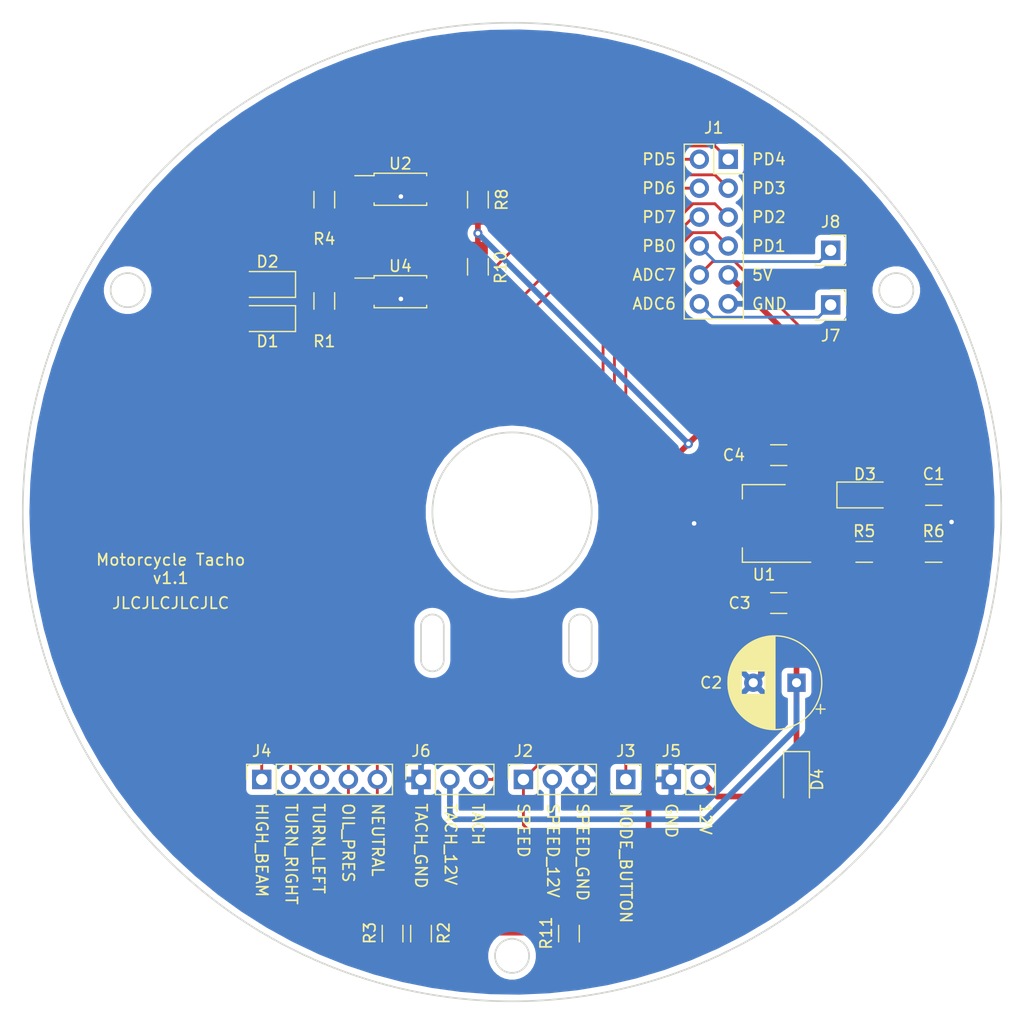
<source format=kicad_pcb>
(kicad_pcb (version 20211014) (generator pcbnew)
  (layers (0 "F.Cu" signal) (31 "B.Cu" signal) (34 "B.Paste" user) (35 "F.Paste" user) (36 "B.SilkS" user "B.Silkscreen") (37 "F.SilkS" user "F.Silkscreen") (38 "B.Mask" user) (39 "F.Mask" user) (44 "Edge.Cuts" user))
  (net 0 "")
  (net 1 "/ADC6")
  (net 2 "GND")
  (net 3 "/ADC7")
  (net 4 "+5V")
  (net 5 "/PB0")
  (net 6 "/PD5")
  (net 7 "/TURN_SIGNAL_LEFT")
  (net 8 "Net-(D1-Pad1)")
  (net 9 "/TURN_SIGNAL_RIGHT")
  (net 10 "/NEUTRAL")
  (net 11 "/PD4")
  (net 12 "Net-(R1-Pad2)")
  (net 13 "Net-(R4-Pad2)")
  (net 14 "/HIGH_BEAM")
  (net 15 "/OIL_PRESSURE")
  (net 16 "+12V")
  (net 17 "/PD2")
  (net 18 "/MODE_BUTTON")
  (net 19 "Net-(D4-Pad2)")
  (net 20 "/PD7")
  (footprint "Connector_PinSocket_2.54mm:PinSocket_2x06_P2.54mm_Vertical" (layer "F.Cu") (at 169 69)
    (fp_text reference "J1" (at -1.27 -2.77) (layer "F.SilkS"))
    (fp_text value "Conn_02x06_Counter_Clockwise")
    (pad "1" thru_hole rect locked (at 0 0) (size 1.7 1.7) (drill 1) (layers *.Cu *.Mask) (net 11 "/PD4"))
    (pad "2" thru_hole oval locked (at -2.54 0) (size 1.7 1.7) (drill 1) (layers *.Cu *.Mask) (net 6 "/PD5"))
    (pad "3" thru_hole oval locked (at 0 2.54) (size 1.7 1.7) (drill 1) (layers *.Cu *.Mask) (net 15 "/OIL_PRESSURE"))
    (pad "4" thru_hole oval locked (at -2.54 2.54) (size 1.7 1.7) (drill 1) (layers *.Cu *.Mask) (net 10 "/NEUTRAL"))
    (pad "5" thru_hole oval locked (at 0 5.08) (size 1.7 1.7) (drill 1) (layers *.Cu *.Mask) (net 17 "/PD2"))
    (pad "6" thru_hole oval locked (at -2.54 5.08) (size 1.7 1.7) (drill 1) (layers *.Cu *.Mask) (net 20 "/PD7"))
    (pad "7" thru_hole oval locked (at 0 7.62) (size 1.7 1.7) (drill 1) (layers *.Cu *.Mask) (net 18 "/MODE_BUTTON"))
    (pad "8" thru_hole oval locked (at -2.54 7.62) (size 1.7 1.7) (drill 1) (layers *.Cu *.Mask) (net 5 "/PB0"))
    (pad "9" thru_hole oval locked (at 0 10.16) (size 1.7 1.7) (drill 1) (layers *.Cu *.Mask) (net 4 "+5V"))
    (pad "10" thru_hole oval locked (at -2.54 10.16) (size 1.7 1.7) (drill 1) (layers *.Cu *.Mask) (net 3 "/ADC7"))
    (pad "11" thru_hole oval locked (at 0 12.7) (size 1.7 1.7) (drill 1) (layers *.Cu *.Mask) (net 2 "GND"))
    (pad "12" thru_hole oval locked (at -2.54 12.7) (size 1.7 1.7) (drill 1) (layers *.Cu *.Mask) (net 1 "/ADC6"))
  )
  (footprint "Diode_SMD:D_1206_3216Metric_Pad1.42x1.75mm_HandSolder" (layer "F.Cu") (at 128.5125 83 180)
    (fp_text reference "D1" (at 0 -2) (layer "F.SilkS"))
    (fp_text value "1N4001")
    (pad "1" smd roundrect locked (at -1.4875 0 180) (size 1.425 1.75) (layers "F.Cu" "F.Paste" "F.Mask") (roundrect_rratio 0.1754385965) (net 8 "Net-(D1-Pad1)"))
    (pad "2" smd roundrect locked (at 1.4875 0 180) (size 1.425 1.75) (layers "F.Cu" "F.Paste" "F.Mask") (roundrect_rratio 0.1754385965) (net 7 "/TURN_SIGNAL_LEFT"))
  )
  (footprint "Diode_SMD:D_1206_3216Metric_Pad1.42x1.75mm_HandSolder" (layer "F.Cu") (at 128.5125 80 180)
    (fp_text reference "D2" (at 0 2) (layer "F.SilkS"))
    (fp_text value "1N4001")
    (pad "1" smd roundrect locked (at -1.4875 0 180) (size 1.425 1.75) (layers "F.Cu" "F.Paste" "F.Mask") (roundrect_rratio 0.1754385965) (net 8 "Net-(D1-Pad1)"))
    (pad "2" smd roundrect locked (at 1.4875 0 180) (size 1.425 1.75) (layers "F.Cu" "F.Paste" "F.Mask") (roundrect_rratio 0.1754385965) (net 9 "/TURN_SIGNAL_RIGHT"))
  )
  (footprint "Resistor_SMD:R_1206_3216Metric_Pad1.30x1.75mm_HandSolder" (layer "F.Cu") (at 133.5 81.45 90)
    (fp_text reference "R1" (at -3.55 0 180) (layer "F.SilkS"))
    (fp_text value "1k")
    (pad "1" smd roundrect locked (at -1.55 0 90) (size 1.3 1.75) (layers "F.Cu" "F.Paste" "F.Mask") (roundrect_rratio 0.1923076923) (net 8 "Net-(D1-Pad1)"))
    (pad "2" smd roundrect locked (at 1.55 0 90) (size 1.3 1.75) (layers "F.Cu" "F.Paste" "F.Mask") (roundrect_rratio 0.1923076923) (net 12 "Net-(R1-Pad2)"))
  )
  (footprint "Resistor_SMD:R_1206_3216Metric_Pad1.30x1.75mm_HandSolder" (layer "F.Cu") (at 142 137.05 90)
    (fp_text reference "R2" (at 0.05 2 90) (layer "F.SilkS"))
    (fp_text value "10k")
    (pad "1" smd roundrect locked (at -1.55 0 90) (size 1.3 1.75) (layers "F.Cu" "F.Paste" "F.Mask") (roundrect_rratio 0.1923076923) (net 4 "+5V"))
    (pad "2" smd roundrect locked (at 1.55 0 90) (size 1.3 1.75) (layers "F.Cu" "F.Paste" "F.Mask") (roundrect_rratio 0.1923076923) (net 10 "/NEUTRAL"))
  )
  (footprint "Resistor_SMD:R_1206_3216Metric_Pad1.30x1.75mm_HandSolder" (layer "F.Cu") (at 139.5 137.05 90)
    (fp_text reference "R3" (at 0.05 -2 90) (layer "F.SilkS"))
    (fp_text value "10k")
    (pad "1" smd roundrect locked (at -1.55 0 90) (size 1.3 1.75) (layers "F.Cu" "F.Paste" "F.Mask") (roundrect_rratio 0.1923076923) (net 4 "+5V"))
    (pad "2" smd roundrect locked (at 1.55 0 90) (size 1.3 1.75) (layers "F.Cu" "F.Paste" "F.Mask") (roundrect_rratio 0.1923076923) (net 15 "/OIL_PRESSURE"))
  )
  (footprint "Capacitor_SMD:C_1206_3216Metric_Pad1.33x1.80mm_HandSolder" (layer "F.Cu") (at 187.0625 98.5)
    (fp_text reference "C1" (at 0 -1.85) (layer "F.SilkS"))
    (fp_text value "100n")
    (pad "1" smd roundrect locked (at -1.5625 0) (size 1.325 1.8) (layers "F.Cu" "F.Paste" "F.Mask") (roundrect_rratio 0.1886784906) (net 3 "/ADC7"))
    (pad "2" smd roundrect locked (at 1.5625 0) (size 1.325 1.8) (layers "F.Cu" "F.Paste" "F.Mask") (roundrect_rratio 0.1886784906) (net 2 "GND"))
  )
  (footprint "Resistor_SMD:R_1206_3216Metric_Pad1.30x1.75mm_HandSolder" (layer "F.Cu") (at 180.95 103.5)
    (fp_text reference "R5" (at 0 -1.82) (layer "F.SilkS"))
    (fp_text value "10k")
    (pad "1" smd roundrect locked (at -1.55 0) (size 1.3 1.75) (layers "F.Cu" "F.Paste" "F.Mask") (roundrect_rratio 0.1923076923) (net 16 "+12V"))
    (pad "2" smd roundrect locked (at 1.55 0) (size 1.3 1.75) (layers "F.Cu" "F.Paste" "F.Mask") (roundrect_rratio 0.1923076923) (net 3 "/ADC7"))
  )
  (footprint "Resistor_SMD:R_1206_3216Metric_Pad1.30x1.75mm_HandSolder" (layer "F.Cu") (at 187.05 103.5)
    (fp_text reference "R6" (at 0 -1.82) (layer "F.SilkS"))
    (fp_text value "4.7k")
    (pad "1" smd roundrect locked (at -1.55 0) (size 1.3 1.75) (layers "F.Cu" "F.Paste" "F.Mask") (roundrect_rratio 0.1923076923) (net 3 "/ADC7"))
    (pad "2" smd roundrect locked (at 1.55 0) (size 1.3 1.75) (layers "F.Cu" "F.Paste" "F.Mask") (roundrect_rratio 0.1923076923) (net 2 "GND"))
  )
  (footprint "Resistor_SMD:R_1206_3216Metric_Pad1.30x1.75mm_HandSolder" (layer "F.Cu") (at 133.5 72.55 90)
    (fp_text reference "R4" (at -3.45 0 180) (layer "F.SilkS"))
    (fp_text value "1k")
    (pad "1" smd roundrect locked (at -1.55 0 90) (size 1.3 1.75) (layers "F.Cu" "F.Paste" "F.Mask") (roundrect_rratio 0.1923076923) (net 14 "/HIGH_BEAM"))
    (pad "2" smd roundrect locked (at 1.55 0 90) (size 1.3 1.75) (layers "F.Cu" "F.Paste" "F.Mask") (roundrect_rratio 0.1923076923) (net 13 "Net-(R4-Pad2)"))
  )
  (footprint "Resistor_SMD:R_1206_3216Metric_Pad1.30x1.75mm_HandSolder" (layer "F.Cu") (at 147 72.55 90)
    (fp_text reference "R8" (at 0 2.1 90) (layer "F.SilkS"))
    (fp_text value "10k")
    (pad "1" smd roundrect locked (at -1.55 0 90) (size 1.3 1.75) (layers "F.Cu" "F.Paste" "F.Mask") (roundrect_rratio 0.1923076923) (net 4 "+5V"))
    (pad "2" smd roundrect locked (at 1.55 0 90) (size 1.3 1.75) (layers "F.Cu" "F.Paste" "F.Mask") (roundrect_rratio 0.1923076923) (net 11 "/PD4"))
  )
  (footprint "Resistor_SMD:R_1206_3216Metric_Pad1.30x1.75mm_HandSolder" (layer "F.Cu") (at 155 137.05 90)
    (fp_text reference "R11" (at 0.05 -2 90) (layer "F.SilkS"))
    (fp_text value "10k")
    (pad "1" smd roundrect locked (at -1.55 0 90) (size 1.3 1.75) (layers "F.Cu" "F.Paste" "F.Mask") (roundrect_rratio 0.1923076923) (net 4 "+5V"))
    (pad "2" smd roundrect locked (at 1.55 0 90) (size 1.3 1.75) (layers "F.Cu" "F.Paste" "F.Mask") (roundrect_rratio 0.1923076923) (net 20 "/PD7"))
  )
  (footprint "Diode_SMD:D_1206_3216Metric_Pad1.42x1.75mm_HandSolder" (layer "F.Cu") (at 181.0125 98.5)
    (fp_text reference "D3" (at 0 -1.82) (layer "F.SilkS"))
    (fp_text value "1N4001")
    (pad "1" smd roundrect locked (at -1.4875 0) (size 1.425 1.75) (layers "F.Cu" "F.Paste" "F.Mask") (roundrect_rratio 0.1754385965) (net 4 "+5V"))
    (pad "2" smd roundrect locked (at 1.4875 0) (size 1.425 1.75) (layers "F.Cu" "F.Paste" "F.Mask") (roundrect_rratio 0.1754385965) (net 3 "/ADC7"))
  )
  (footprint "Package_TO_SOT_SMD:SOT-223" (layer "F.Cu") (at 172.15 101 180)
    (fp_text reference "U1" (at 0 -4.5) (layer "F.SilkS"))
    (fp_text value "LM340MP")
    (pad "1" smd rect locked (at -3.15 -2.3 180) (size 2 1.5) (layers "F.Cu" "F.Paste" "F.Mask") (net 16 "+12V"))
    (pad "2" smd rect locked (at -3.15 0 180) (size 2 1.5) (layers "F.Cu" "F.Paste" "F.Mask") (net 2 "GND"))
    (pad "3" smd rect locked (at -3.15 2.3 180) (size 2 1.5) (layers "F.Cu" "F.Paste" "F.Mask") (net 4 "+5V"))
    (pad "4" smd rect locked (at 3.15 0 180) (size 2 3.8) (layers "F.Cu" "F.Paste" "F.Mask") (net 2 "GND"))
  )
  (footprint "Connector_PinSocket_2.54mm:PinSocket_1x03_P2.54mm_Vertical" (layer "F.Cu") (at 151 123.5 90)
    (fp_text reference "J2" (at 2.5 0 180) (layer "F.SilkS"))
    (fp_text value "Conn_01x03")
    (pad "1" thru_hole rect locked (at 0 0 90) (size 1.7 1.7) (drill 1) (layers *.Cu *.Mask) (net 20 "/PD7"))
    (pad "2" thru_hole oval locked (at 0 2.54 90) (size 1.7 1.7) (drill 1) (layers *.Cu *.Mask) (net 16 "+12V"))
    (pad "3" thru_hole oval locked (at 0 5.08 90) (size 1.7 1.7) (drill 1) (layers *.Cu *.Mask) (net 2 "GND"))
  )
  (footprint "Connector_PinSocket_2.54mm:PinSocket_1x03_P2.54mm_Vertical" (layer "F.Cu") (at 142 123.5 90)
    (fp_text reference "J6" (at 2.5 0 180) (layer "F.SilkS"))
    (fp_text value "Conn_01x03")
    (pad "1" thru_hole rect locked (at 0 0 90) (size 1.7 1.7) (drill 1) (layers *.Cu *.Mask) (net 2 "GND"))
    (pad "2" thru_hole oval locked (at 0 2.54 90) (size 1.7 1.7) (drill 1) (layers *.Cu *.Mask) (net 16 "+12V"))
    (pad "3" thru_hole oval locked (at 0 5.08 90) (size 1.7 1.7) (drill 1) (layers *.Cu *.Mask) (net 17 "/PD2"))
  )
  (footprint "Connector_PinSocket_2.54mm:PinSocket_1x05_P2.54mm_Vertical" (layer "F.Cu") (at 128 123.5 90)
    (fp_text reference "J4" (at 2.5 0 180) (layer "F.SilkS"))
    (fp_text value "Conn_01x05")
    (pad "1" thru_hole rect locked (at 0 0 90) (size 1.7 1.7) (drill 1) (layers *.Cu *.Mask) (net 14 "/HIGH_BEAM"))
    (pad "2" thru_hole oval locked (at 0 2.54 90) (size 1.7 1.7) (drill 1) (layers *.Cu *.Mask) (net 9 "/TURN_SIGNAL_RIGHT"))
    (pad "3" thru_hole oval locked (at 0 5.08 90) (size 1.7 1.7) (drill 1) (layers *.Cu *.Mask) (net 7 "/TURN_SIGNAL_LEFT"))
    (pad "4" thru_hole oval locked (at 0 7.62 90) (size 1.7 1.7) (drill 1) (layers *.Cu *.Mask) (net 15 "/OIL_PRESSURE"))
    (pad "5" thru_hole oval locked (at 0 10.16 90) (size 1.7 1.7) (drill 1) (layers *.Cu *.Mask) (net 10 "/NEUTRAL"))
  )
  (footprint "Capacitor_THT:CP_Radial_D8.0mm_P3.80mm" (layer "F.Cu") (at 175 115 180)
    (fp_text reference "C2" (at 7.5 0) (layer "F.SilkS"))
    (fp_text value "100u")
    (pad "1" thru_hole rect locked (at 0 0 180) (size 1.6 1.6) (drill 0.8) (layers *.Cu *.Mask) (net 16 "+12V"))
    (pad "2" thru_hole circle locked (at 3.8 0 180) (size 1.6 1.6) (drill 0.8) (layers *.Cu *.Mask) (net 2 "GND"))
  )
  (footprint "Capacitor_SMD:C_1206_3216Metric_Pad1.33x1.80mm_HandSolder" (layer "F.Cu") (at 173.4375 108 180)
    (fp_text reference "C3" (at 3.4375 0) (layer "F.SilkS"))
    (fp_text value "0.22u")
    (pad "1" smd roundrect locked (at -1.5625 0 180) (size 1.325 1.8) (layers "F.Cu" "F.Paste" "F.Mask") (roundrect_rratio 0.188679) (net 16 "+12V"))
    (pad "2" smd roundrect locked (at 1.5625 0 180) (size 1.325 1.8) (layers "F.Cu" "F.Paste" "F.Mask") (roundrect_rratio 0.188679) (net 2 "GND"))
  )
  (footprint "Capacitor_SMD:C_1206_3216Metric_Pad1.33x1.80mm_HandSolder" (layer "F.Cu") (at 173.4375 95 180)
    (fp_text reference "C4" (at 3.9375 0) (layer "F.SilkS"))
    (fp_text value "0.1u")
    (pad "1" smd roundrect locked (at -1.5625 0 180) (size 1.325 1.8) (layers "F.Cu" "F.Paste" "F.Mask") (roundrect_rratio 0.188679) (net 4 "+5V"))
    (pad "2" smd roundrect locked (at 1.5625 0 180) (size 1.325 1.8) (layers "F.Cu" "F.Paste" "F.Mask") (roundrect_rratio 0.188679) (net 2 "GND"))
  )
  (footprint "Diode_SMD:D_1206_3216Metric_Pad1.42x1.75mm_HandSolder" (layer "F.Cu") (at 175 123.5125 -90)
    (fp_text reference "D4" (at 0 -1.82 90) (layer "F.SilkS"))
    (fp_text value "1N4001")
    (pad "1" smd roundrect locked (at -1.4875 0 270) (size 1.425 1.75) (layers "F.Cu" "F.Paste" "F.Mask") (roundrect_rratio 0.175439) (net 16 "+12V"))
    (pad "2" smd roundrect locked (at 1.4875 0 270) (size 1.425 1.75) (layers "F.Cu" "F.Paste" "F.Mask") (roundrect_rratio 0.175439) (net 19 "Net-(D4-Pad2)"))
  )
  (footprint "Package_SO:SOP-4_4.4x2.6mm_P1.27mm" (layer "F.Cu") (at 140.1875 71.635)
    (fp_text reference "U2" (at 0 -2.25) (layer "F.SilkS"))
    (fp_text value "SFH617A-1")
    (pad "1" smd roundrect locked (at -3.1875 -0.635) (size 1.625 0.6) (layers "F.Cu" "F.Paste" "F.Mask") (net 13 "Net-(R4-Pad2)"))
    (pad "2" smd roundrect locked (at -3.1875 0.635) (size 1.625 0.6) (layers "F.Cu" "F.Paste" "F.Mask") (net 2 "GND"))
    (pad "3" smd roundrect locked (at 3.1875 0.635) (size 1.625 0.6) (layers "F.Cu" "F.Paste" "F.Mask") (net 2 "GND"))
    (pad "4" smd roundrect locked (at 3.1875 -0.635) (size 1.625 0.6) (layers "F.Cu" "F.Paste" "F.Mask") (net 11 "/PD4"))
  )
  (footprint "Package_SO:SOP-4_4.4x2.6mm_P1.27mm" (layer "F.Cu") (at 140.1875 80.635)
    (fp_text reference "U4" (at 0 -2.25) (layer "F.SilkS"))
    (fp_text value "SFH617A-1")
    (pad "1" smd roundrect locked (at -3.1875 -0.635) (size 1.625 0.6) (layers "F.Cu" "F.Paste" "F.Mask") (net 12 "Net-(R1-Pad2)"))
    (pad "2" smd roundrect locked (at -3.1875 0.635) (size 1.625 0.6) (layers "F.Cu" "F.Paste" "F.Mask") (net 2 "GND"))
    (pad "3" smd roundrect locked (at 3.1875 0.635) (size 1.625 0.6) (layers "F.Cu" "F.Paste" "F.Mask") (net 2 "GND"))
    (pad "4" smd roundrect locked (at 3.1875 -0.635) (size 1.625 0.6) (layers "F.Cu" "F.Paste" "F.Mask") (net 6 "/PD5"))
  )
  (footprint "Resistor_SMD:R_1206_3216Metric_Pad1.30x1.75mm_HandSolder" (layer "F.Cu") (at 147 78.45 -90)
    (fp_text reference "R10" (at 0.05 -2 90) (layer "F.SilkS"))
    (fp_text value "10k")
    (pad "1" smd roundrect locked (at -1.55 0 270) (size 1.3 1.75) (layers "F.Cu" "F.Paste" "F.Mask") (roundrect_rratio 0.1923076923) (net 4 "+5V"))
    (pad "2" smd roundrect locked (at 1.55 0 270) (size 1.3 1.75) (layers "F.Cu" "F.Paste" "F.Mask") (roundrect_rratio 0.1923076923) (net 6 "/PD5"))
  )
  (footprint "Connector_PinSocket_2.54mm:PinSocket_1x01_P2.54mm_Vertical" (layer "F.Cu") (at 178 81.8)
    (fp_text reference "J7" (at 0 2.7) (layer "F.SilkS"))
    (fp_text value "Conn_01x01")
    (pad "1" thru_hole rect locked (at 0 0) (size 1.7 1.7) (drill 1) (layers *.Cu *.Mask) (net 1 "/ADC6"))
  )
  (footprint "Connector_PinSocket_2.54mm:PinSocket_1x01_P2.54mm_Vertical" (layer "F.Cu") (at 160 123.5)
    (fp_text reference "J3" (at 0 -2.5) (layer "F.SilkS"))
    (fp_text value "Conn_01x01")
    (pad "1" thru_hole rect locked (at 0 0) (size 1.7 1.7) (drill 1) (layers *.Cu *.Mask) (net 18 "/MODE_BUTTON"))
  )
  (footprint "Connector_PinSocket_2.54mm:PinSocket_1x02_P2.54mm_Vertical" (layer "F.Cu") (at 164 123.5 90)
    (fp_text reference "J5" (at 2.5 0 180) (layer "F.SilkS"))
    (fp_text value "Conn_01x02")
    (pad "1" thru_hole rect locked (at 0 0 90) (size 1.7 1.7) (drill 1) (layers *.Cu *.Mask) (net 2 "GND"))
    (pad "2" thru_hole oval locked (at 0 2.54 90) (size 1.7 1.7) (drill 1) (layers *.Cu *.Mask) (net 19 "Net-(D4-Pad2)"))
  )
  (footprint "Connector_PinSocket_2.54mm:PinSocket_1x01_P2.54mm_Vertical" (layer "F.Cu") (at 178 77)
    (fp_text reference "J8" (at 0 -2.5) (layer "F.SilkS"))
    (fp_text value "Conn_01x01")
    (pad "1" thru_hole rect locked (at 0 0) (size 1.7 1.7) (drill 1) (layers *.Cu *.Mask) (net 5 "/PB0"))
  )
  (gr_line (start 155 110) (end 155 113) (layer "Edge.Cuts") (width 0.15))
  (gr_line (start 157 113) (end 157 110) (layer "Edge.Cuts") (width 0.15))
  (gr_line (start 144 110) (end 144 113) (layer "Edge.Cuts") (width 0.15))
  (gr_line (start 142 113) (end 142 110) (layer "Edge.Cuts") (width 0.15))
  (gr_circle (center 150 100) (end 193 100) (layer "Edge.Cuts") (width 0.15) (fill none))
  (gr_arc (start 157 113) (mid 156 114) (end 155 113) (layer "Edge.Cuts") (width 0.15))
  (gr_circle (center 150 139) (end 151.5 139) (layer "Edge.Cuts") (width 0.15) (fill none))
  (gr_circle (center 116.22 80.5) (end 117.72 80.5) (layer "Edge.Cuts") (width 0.15) (fill none))
  (gr_arc (start 155 110) (mid 156 109) (end 157 110) (layer "Edge.Cuts") (width 0.15))
  (gr_circle (center 183.77 80.5) (end 185.27 80.5) (layer "Edge.Cuts") (width 0.15) (fill none))
  (gr_arc (start 142 110) (mid 143 109) (end 144 110) (layer "Edge.Cuts") (width 0.15))
  (gr_arc (start 144 113) (mid 143 114) (end 142 113) (layer "Edge.Cuts") (width 0.15))
  (gr_circle (center 150 100) (end 157 100) (layer "Edge.Cuts") (width 0.15) (fill none))
  (gr_text "TACH_12V" (at 144.6 125.5 -90) (layer "F.SilkS") (effects (font (size 1 1)) (justify left)))
  (gr_text "OIL_PRES" (at 135.6 125.5 -90) (layer "F.SilkS") (effects (font (size 1 1)) (justify left)))
  (gr_text "TURN_RIGHT" (at 130.6 125.5 270) (layer "F.SilkS") (effects (font (size 1 1)) (justify left)))
  (gr_text "TURN_LEFT" (at 133 125.5 270) (layer "F.SilkS") (effects (font (size 1 1)) (justify left)))
  (gr_text "PB0" (at 164.5 76.62) (layer "F.SilkS") (effects (font (size 1 1)) (justify right)))
  (gr_text "ADC7" (at 164.5 79.16) (layer "F.SilkS") (effects (font (size 1 1)) (justify right)))
  (gr_text "ADC6" (at 164.5 81.7) (layer "F.SilkS") (effects (font (size 1 1)) (justify right)))
  (gr_text "PD4" (at 171 69) (layer "F.SilkS") (effects (font (size 1 1)) (justify left)))
  (gr_text "PD3" (at 171 71.54) (layer "F.SilkS") (effects (font (size 1 1)) (justify left)))
  (gr_text "PD2" (at 171 74.08) (layer "F.SilkS") (effects (font (size 1 1)) (justify left)))
  (gr_text "PD1" (at 171 76.62) (layer "F.SilkS") (effects (font (size 1 1)) (justify left)))
  (gr_text "5V" (at 171 79.16) (layer "F.SilkS") (effects (font (size 1 1)) (justify left)))
  (gr_text "GND" (at 171 81.7) (layer "F.SilkS") (effects (font (size 1 1)) (justify left)))
  (gr_text "TACH" (at 147 125.5 -90) (layer "F.SilkS") (effects (font (size 1 1)) (justify left)))
  (gr_text "GND" (at 164 125.5 -90) (layer "F.SilkS") (effects (font (size 1 1)) (justify left)))
  (gr_text "12V" (at 167 125.5 -90) (layer "F.SilkS") (effects (font (size 1 1)) (justify left)))
  (gr_text "HIGH_BEAM" (at 128 125.5 270) (layer "F.SilkS") (effects (font (size 1 1)) (justify left)))
  (gr_text "NEUTRAL" (at 138.2 125.5 -90) (layer "F.SilkS") (effects (font (size 1 1)) (justify left)))
  (gr_text "SPEED_12V" (at 153.6 125.5 -90) (layer "F.SilkS") (effects (font (size 1 1)) (justify left)))
  (gr_text "SPEED" (at 151 125.5 -90) (layer "F.SilkS") (effects (font (size 1 1)) (justify left)))
  (gr_text "SPEED_GND" (at 156.2 125.5 -90) (layer "F.SilkS") (effects (font (size 1 1)) (justify left)))
  (gr_text "MODE_BUTTON" (at 160 125.5 -90) (layer "F.SilkS") (effects (font (size 1 1)) (justify left)))
  (gr_text "Motorcycle Tacho\nv1.1" (at 120 105) (layer "F.SilkS") (effects (font (size 1 1))))
  (gr_text "PD6" (at 164.5 71.54) (layer "F.SilkS") (effects (font (size 1 1)) (justify right)))
  (gr_text "PD7" (at 164.5 74.08) (layer "F.SilkS") (effects (font (size 1 1)) (justify right)))
  (gr_text "JLCJLCJLCJLC" (at 120 108) (layer "F.SilkS") (effects (font (size 1 1))))
  (gr_text "PD5" (at 164.5 69) (layer "F.SilkS") (effects (font (size 1 1)) (justify right)))
  (gr_text "TACH_GND" (at 142 125.5 -90) (layer "F.SilkS") (effects (font (size 1 1)) (justify left)))
  (segment (start 176.924999 82.875001) (end 178 81.8) (width 0.25) (layer "B.Cu") (net 1))
  (segment (start 166.46 81.7) (end 167.635001 82.875001) (width 0.25) (layer "B.Cu") (net 1))
  (segment (start 167.635001 82.875001) (end 176.924999 82.875001) (width 0.25) (layer "B.Cu") (net 1))
  (segment (start 140.23 72.27) (end 143.375 72.27) (width 0.25) (layer "F.Cu") (net 2))
  (segment (start 188.625 100.875) (end 188.625 103.475) (width 0.5) (layer "F.Cu") (net 2))
  (segment (start 140.23 81.27) (end 143.375 81.27) (width 0.25) (layer "F.Cu") (net 2))
  (segment (start 188.625 98.5) (end 188.625 100.875) (width 0.5) (layer "F.Cu") (net 2))
  (segment (start 175.3 101) (end 169 101) (width 0.5) (layer "F.Cu") (net 2))
  (segment (start 171.875 95) (end 171.875 98.125) (width 0.5) (layer "F.Cu") (net 2))
  (segment (start 188.625 103.475) (end 188.6 103.5) (width 0.5) (layer "F.Cu") (net 2))
  (segment (start 171.875 108) (end 171.875 103.875) (width 0.5) (layer "F.Cu") (net 2))
  (segment (start 171.875 114.325) (end 171.2 115) (width 0.5) (layer "F.Cu") (net 2))
  (segment (start 137 81.27) (end 140.23 81.27) (width 0.25) (layer "F.Cu") (net 2))
  (segment (start 171.875 108) (end 171.875 114.325) (width 0.5) (layer "F.Cu") (net 2))
  (segment (start 137 72.27) (end 140.23 72.27) (width 0.25) (layer "F.Cu") (net 2))
  (segment (start 171.875 103.875) (end 169 101) (width 0.5) (layer "F.Cu") (net 2))
  (segment (start 169 101) (end 166 101) (width 0.5) (layer "F.Cu") (net 2))
  (segment (start 171.875 98.125) (end 169 101) (width 0.5) (layer "F.Cu") (net 2))
  (via (at 188.625 100.875) (size 0.8) (drill 0.4) (layers "F.Cu" "B.Cu") (net 2))
  (via (at 140.23 72.27) (size 0.8) (drill 0.4) (layers "F.Cu" "B.Cu") (net 2))
  (via (at 140.23 81.27) (size 0.8) (drill 0.4) (layers "F.Cu" "B.Cu") (net 2))
  (via (at 166 101) (size 0.8) (drill 0.4) (layers "F.Cu" "B.Cu") (net 2))
  (segment (start 182.5 98.5) (end 184 98.5) (width 0.25) (layer "F.Cu") (net 3))
  (segment (start 184 103.5) (end 184 98.5) (width 0.25) (layer "F.Cu") (net 3))
  (segment (start 184 98.5) (end 184 92.420998) (width 0.25) (layer "F.Cu") (net 3))
  (segment (start 167.635001 77.984999) (end 166.46 79.16) (width 0.25) (layer "F.Cu") (net 3))
  (segment (start 169.564001 77.984999) (end 167.635001 77.984999) (width 0.25) (layer "F.Cu") (net 3))
  (segment (start 184 103.5) (end 185.5 103.5) (width 0.25) (layer "F.Cu") (net 3))
  (segment (start 184 92.420998) (end 169.564001 77.984999) (width 0.25) (layer "F.Cu") (net 3))
  (segment (start 184 98.5) (end 185.5 98.5) (width 0.25) (layer "F.Cu") (net 3))
  (segment (start 182.5 103.5) (end 184 103.5) (width 0.25) (layer "F.Cu") (net 3))
  (segment (start 147 75.5) (end 147 76.9) (width 0.5) (layer "F.Cu") (net 4))
  (segment (start 142 138.6) (end 143.634088 136.965912) (width 0.5) (layer "F.Cu") (net 4))
  (segment (start 153.365912 136.965912) (end 155 138.6) (width 0.5) (layer "F.Cu") (net 4))
  (segment (start 173.92 84.08) (end 175 85.16) (width 0.5) (layer "F.Cu") (net 4))
  (segment (start 162 132) (end 162 97.5) (width 0.5) (layer "F.Cu") (net 4))
  (segment (start 139.5 138.6) (end 142 138.6) (width 0.5) (layer "F.Cu") (net 4))
  (segment (start 165.5 94) (end 169 90.5) (width 0.5) (layer "F.Cu") (net 4))
  (segment (start 143.634088 136.965912) (end 152.465912 136.965912) (width 0.5) (layer "F.Cu") (net 4))
  (segment (start 162.699999 96.800001) (end 163.25 96.25) (width 0.5) (layer "F.Cu") (net 4))
  (segment (start 179.325 98.7) (end 179.525 98.5) (width 0.5) (layer "F.Cu") (net 4))
  (segment (start 169 79.16) (end 173.92 84.08) (width 0.5) (layer "F.Cu") (net 4))
  (segment (start 175 85.16) (end 175 90.5) (width 0.5) (layer "F.Cu") (net 4))
  (segment (start 152.465912 136.965912) (end 153.365912 136.965912) (width 0.5) (layer "F.Cu") (net 4))
  (segment (start 175 98.4) (end 175.3 98.7) (width 0.5) (layer "F.Cu") (net 4))
  (segment (start 163.25 96.25) (end 165.5 94) (width 0.5) (layer "F.Cu") (net 4))
  (segment (start 175 90.5) (end 175 95) (width 0.5) (layer "F.Cu") (net 4))
  (segment (start 169 90.5) (end 175 90.5) (width 0.5) (layer "F.Cu") (net 4))
  (segment (start 147 74.1) (end 147 75.5) (width 0.5) (layer "F.Cu") (net 4))
  (segment (start 157.034088 136.965912) (end 162 132) (width 0.5) (layer "F.Cu") (net 4))
  (segment (start 175 95) (end 175 98.4) (width 0.5) (layer "F.Cu") (net 4))
  (segment (start 175.3 98.7) (end 179.325 98.7) (width 0.5) (layer "F.Cu") (net 4))
  (segment (start 162 97.5) (end 163.25 96.25) (width 0.5) (layer "F.Cu") (net 4))
  (segment (start 152.465912 136.965912) (end 157.034088 136.965912) (width 0.5) (layer "F.Cu") (net 4))
  (via (at 165.5 94) (size 0.8) (drill 0.4) (layers "F.Cu" "B.Cu") (net 4))
  (via (at 147 75.5) (size 0.8) (drill 0.4) (layers "F.Cu" "B.Cu") (net 4))
  (segment (start 147 75.5) (end 165.5 94) (width 0.5) (layer "B.Cu") (net 4))
  (segment (start 167.824999 77.984999) (end 177.015001 77.984999) (width 0.25) (layer "B.Cu") (net 5))
  (segment (start 166.46 76.62) (end 167.824999 77.984999) (width 0.25) (layer "B.Cu") (net 5))
  (segment (start 177.015001 77.984999) (end 178 77) (width 0.25) (layer "B.Cu") (net 5))
  (segment (start 147 80) (end 158 69) (width 0.25) (layer "F.Cu") (net 6))
  (segment (start 166.46 69) (end 158 69) (width 0.25) (layer "F.Cu") (net 6))
  (segment (start 143.375 80) (end 147 80) (width 0.25) (layer "F.Cu") (net 6))
  (segment (start 133.08 89.055) (end 131.0125 86.9875) (width 0.25) (layer "F.Cu") (net 7))
  (segment (start 133.08 123.5) (end 133.08 89.055) (width 0.25) (layer "F.Cu") (net 7))
  (segment (start 131.0125 86.9875) (end 127.025 83) (width 0.25) (layer "F.Cu") (net 7))
  (segment (start 130 80) (end 130 83) (width 0.25) (layer "F.Cu") (net 8))
  (segment (start 130 83) (end 133.5 83) (width 0.25) (layer "F.Cu") (net 8))
  (segment (start 125 81) (end 126 80) (width 0.25) (layer "F.Cu") (net 9))
  (segment (start 130.54 90.54) (end 125 85) (width 0.25) (layer "F.Cu") (net 9))
  (segment (start 130.54 123.5) (end 130.54 90.54) (width 0.25) (layer "F.Cu") (net 9))
  (segment (start 126 80) (end 127.025 80) (width 0.25) (layer "F.Cu") (net 9))
  (segment (start 125 85) (end 125 81) (width 0.25) (layer "F.Cu") (net 9))
  (segment (start 138.16 123.5) (end 138.16 128.16) (width 0.25) (layer "F.Cu") (net 10))
  (segment (start 138.16 95.84) (end 143 91) (width 0.25) (layer "F.Cu") (net 10))
  (segment (start 138.16 128.16) (end 142 132) (width 0.25) (layer "F.Cu") (net 10))
  (segment (start 142 132) (end 142 135.5) (width 0.25) (layer "F.Cu") (net 10))
  (segment (start 141 93) (end 143 91) (width 0.25) (layer "F.Cu") (net 10))
  (segment (start 144.5 89.5) (end 162.46 71.54) (width 0.25) (layer "F.Cu") (net 10))
  (segment (start 162.46 71.54) (end 166.46 71.54) (width 0.25) (layer "F.Cu") (net 10))
  (segment (start 138.16 123.5) (end 138.16 95.84) (width 0.25) (layer "F.Cu") (net 10))
  (segment (start 143 91) (end 144.5 89.5) (width 0.25) (layer "F.Cu") (net 10))
  (segment (start 150.175001 67.824999) (end 167.824999 67.824999) (width 0.25) (layer "F.Cu") (net 11))
  (segment (start 167.824999 67.824999) (end 169 69) (width 0.25) (layer "F.Cu") (net 11))
  (segment (start 143.375 71) (end 147 71) (width 0.25) (layer "F.Cu") (net 11))
  (segment (start 147 71) (end 150.175001 67.824999) (width 0.25) (layer "F.Cu") (net 11))
  (segment (start 133.5 79.9) (end 136.9 79.9) (width 0.25) (layer "F.Cu") (net 12))
  (segment (start 136.9 79.9) (end 137 80) (width 0.25) (layer "F.Cu") (net 12))
  (segment (start 133.5 71) (end 137 71) (width 0.25) (layer "F.Cu") (net 13))
  (segment (start 124 80) (end 129.9 74.1) (width 0.25) (layer "F.Cu") (net 14))
  (segment (start 131.02431 74.1) (end 133.5 74.1) (width 0.25) (layer "F.Cu") (net 14))
  (segment (start 128 123.5) (end 128 90) (width 0.25) (layer "F.Cu") (net 14))
  (segment (start 128 90) (end 124 86) (width 0.25) (layer "F.Cu") (net 14))
  (segment (start 129.9 74.1) (end 133.5 74.1) (width 0.25) (layer "F.Cu") (net 14))
  (segment (start 124 86) (end 124 80) (width 0.25) (layer "F.Cu") (net 14))
  (segment (start 139.5 131.5) (end 139.5 135.5) (width 0.25) (layer "F.Cu") (net 15))
  (segment (start 135.62 127.62) (end 139.5 131.5) (width 0.25) (layer "F.Cu") (net 15))
  (segment (start 135.62 123.5) (end 135.62 96.38) (width 0.25) (layer "F.Cu") (net 15))
  (segment (start 135.62 123.5) (end 135.62 127.62) (width 0.25) (layer "F.Cu") (net 15))
  (segment (start 161.635001 70.364999) (end 167.824999 70.364999) (width 0.25) (layer "F.Cu") (net 15))
  (segment (start 135.62 96.38) (end 161.635001 70.364999) (width 0.25) (layer "F.Cu") (net 15))
  (segment (start 167.824999 70.364999) (end 169 71.54) (width 0.25) (layer "F.Cu") (net 15))
  (segment (start 175 122.025) (end 175 115) (width 0.5) (layer "F.Cu") (net 16))
  (segment (start 175 103.6) (end 175.3 103.3) (width 0.5) (layer "F.Cu") (net 16))
  (segment (start 175 108) (end 175 115) (width 0.5) (layer "F.Cu") (net 16))
  (segment (start 175.3 107.7) (end 175 108) (width 0.5) (layer "F.Cu") (net 16))
  (segment (start 175 108) (end 175 103.6) (width 0.5) (layer "F.Cu") (net 16))
  (segment (start 175.3 103.3) (end 179.2 103.3) (width 0.5) (layer "F.Cu") (net 16))
  (segment (start 179.2 103.3) (end 179.4 103.5) (width 0.5) (layer "F.Cu") (net 16))
  (segment (start 153.54 126.96) (end 153.5 127) (width 0.5) (layer "B.Cu") (net 16))
  (segment (start 167 127) (end 175 119) (width 0.5) (layer "B.Cu") (net 16))
  (segment (start 144.54 123.5) (end 144.54 125.54) (width 0.5) (layer "B.Cu") (net 16))
  (segment (start 153.54 123.5) (end 153.54 126.04) (width 0.5) (layer "B.Cu") (net 16))
  (segment (start 153.5 127) (end 167 127) (width 0.5) (layer "B.Cu") (net 16))
  (segment (start 175 118.464002) (end 175 117) (width 0.5) (layer "B.Cu") (net 16))
  (segment (start 153.54 125) (end 153.54 126.04) (width 0.5) (layer "B.Cu") (net 16))
  (segment (start 144.54 125.54) (end 144.54 126.54) (width 0.5) (layer "B.Cu") (net 16))
  (segment (start 175 117) (end 175 115) (width 0.5) (layer "B.Cu") (net 16))
  (segment (start 144.54 126.54) (end 145 127) (width 0.5) (layer "B.Cu") (net 16))
  (segment (start 153 127) (end 153.5 127) (width 0.5) (layer "B.Cu") (net 16))
  (segment (start 145 127) (end 153 127) (width 0.5) (layer "B.Cu") (net 16))
  (segment (start 175 119) (end 175 117) (width 0.5) (layer "B.Cu") (net 16))
  (segment (start 153.54 126.04) (end 153.54 126.96) (width 0.5) (layer "B.Cu") (net 16))
  (segment (start 144.54 125) (end 144.54 125.54) (width 0.5) (layer "B.Cu") (net 16))
  (segment (start 165.895999 72.904999) (end 167.824999 72.904999) (width 0.25) (layer "F.Cu") (net 17))
  (segment (start 158 113.782081) (end 158 107.5) (width 0.25) (layer "F.Cu") (net 17))
  (segment (start 167.824999 72.904999) (end 169 74.08) (width 0.25) (layer "F.Cu") (net 17))
  (segment (start 158.900499 79.900499) (end 158 80.800998) (width 0.25) (layer "F.Cu") (net 17))
  (segment (start 158 80.800998) (end 158 107.5) (width 0.25) (layer "F.Cu") (net 17))
  (segment (start 158.900499 79.900499) (end 165.895999 72.904999) (width 0.25) (layer "F.Cu") (net 17))
  (segment (start 148.282081 123.5) (end 158 113.782081) (width 0.25) (layer "F.Cu") (net 17))
  (segment (start 158.5 80.300998) (end 158.900499 79.900499) (width 0.25) (layer "F.Cu") (net 17))
  (segment (start 147.08 123.5) (end 148.282081 123.5) (width 0.25) (layer "F.Cu") (net 17))
  (segment (start 160 123.5) (end 160 81.340998) (width 0.25) (layer "F.Cu") (net 18))
  (segment (start 167.824999 75.444999) (end 169 76.62) (width 0.25) (layer "F.Cu") (net 18))
  (segment (start 160 81.340998) (end 165.895999 75.444999) (width 0.25) (layer "F.Cu") (net 18))
  (segment (start 165.895999 75.444999) (end 167.824999 75.444999) (width 0.25) (layer "F.Cu") (net 18))
  (segment (start 175 125) (end 168.04 125) (width 0.5) (layer "F.Cu") (net 19))
  (segment (start 168.04 125) (end 166.54 123.5) (width 0.5) (layer "F.Cu") (net 19))
  (segment (start 159 115.5) (end 159 109) (width 0.25) (layer "F.Cu") (net 20))
  (segment (start 159 82) (end 159 109) (width 0.25) (layer "F.Cu") (net 20))
  (segment (start 151 123.5) (end 159 115.5) (width 0.25) (layer "F.Cu") (net 20))
  (segment (start 151 123.5) (end 151 127.5) (width 0.25) (layer "F.Cu") (net 20))
  (segment (start 165.92 74.08) (end 166.46 74.08) (width 0.25) (layer "F.Cu") (net 20))
  (segment (start 155 131.5) (end 155 135.5) (width 0.25) (layer "F.Cu") (net 20))
  (segment (start 159 81) (end 165.92 74.08) (width 0.25) (layer "F.Cu") (net 20))
  (segment (start 159 81.54) (end 159 82) (width 0.25) (layer "F.Cu") (net 20))
  (segment (start 159 82) (end 159 81) (width 0.25) (layer "F.Cu") (net 20))
  (segment (start 151 127.5) (end 155 131.5) (width 0.25) (layer "F.Cu") (net 20))
  (zone (net 2) (net_name "GND") (layer "B.Cu") (connect_pads (clearance 0.508)) (min_thickness 0.254) (fill yes (thermal_gap 0.508) (thermal_bridge_width 0.508))
    (polygon (pts (xy 195 145) (xy 105 145) (xy 105 55) (xy 195 55)))
  )
)
</source>
